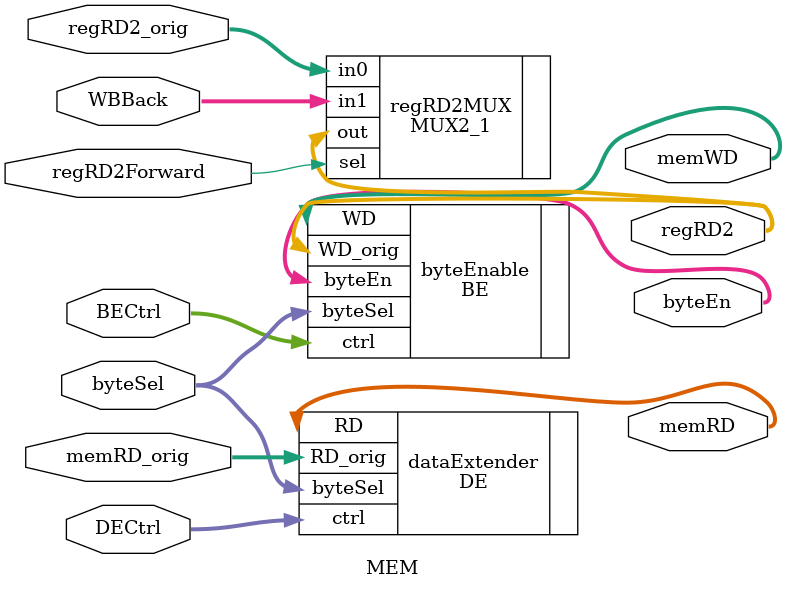
<source format=v>
`timescale 1ns / 1ps

module MEM (
    input [31:0] regRD2_orig,
    input [31:0] WBBack,
    input [31:0] memRD_orig,
    input [1:0] byteSel,

    input [2:0] BECtrl,
    input [2:0] DECtrl,
    input regRD2Forward,

    output [3:0] byteEn,
    output [31:0] memWD,
    output [31:0] memRD,
    output [31:0] regRD2
);

    MUX2_1 #(.BITS(32)) regRD2MUX (
        .sel(regRD2Forward),
        .in0(regRD2_orig),
        .in1(WBBack),
        .out(regRD2)
    );

    BE byteEnable (
        .WD_orig(regRD2),
        .byteSel(byteSel),
        .ctrl(BECtrl),
        .byteEn(byteEn),
        .WD(memWD)
    );

    DE dataExtender (
        .RD_orig(memRD_orig),
        .byteSel(byteSel),
        .ctrl(DECtrl),
        .RD(memRD)
    );

endmodule
</source>
